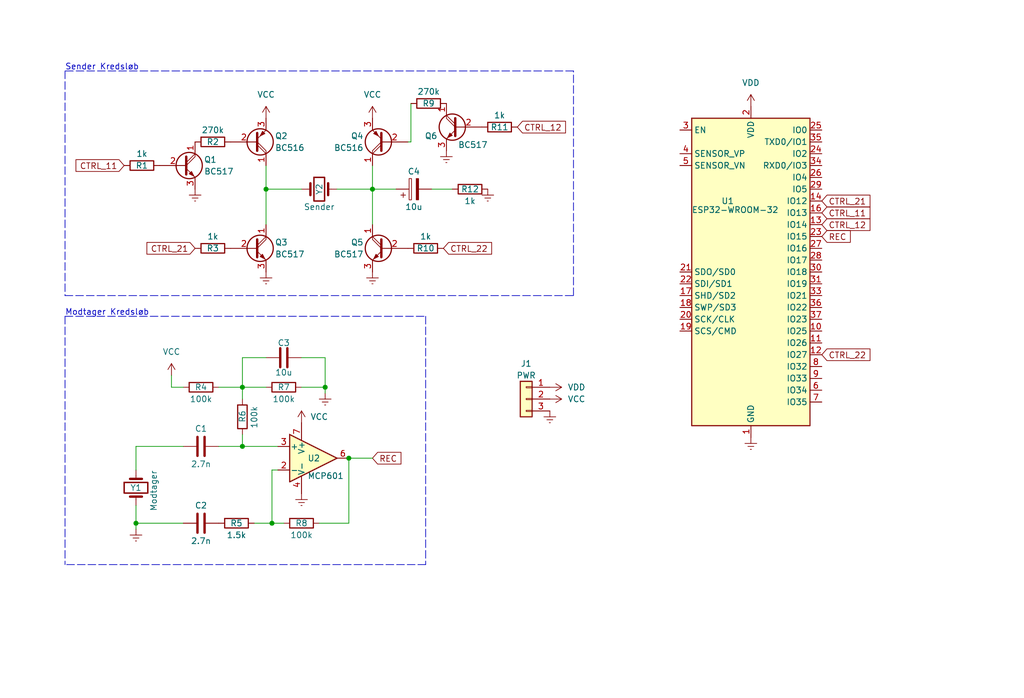
<source format=kicad_sch>
(kicad_sch (version 20211123) (generator eeschema)
  (paper "User" 219.989 150.012)
  (title_block (title "Entire Ultrasound Circuit") (date "2022-05-09") (rev "1"))
  (lib_symbols
    (symbol "Amplifier_Operational:MCP601-xP" (pin_names (offset 0.127))
      (property "Reference" "U" (at 0 6.35 0))
      (property "Value" "MCP601-xP" (at 0 3.81 0))
      (symbol "MCP601-xP_0_1"
        (polyline (pts (xy -5.08 5.08) (xy 5.08 0) (xy -5.08 -5.08) (xy -5.08 5.08)) (stroke (width 0.254)) (fill (type background)))
      )
      (symbol "MCP601-xP_1_1"
        (pin no_connect line (at -5.08 -2.54 90) (length 2.54) hide (name "NC") (number "1"))
        (pin input line (at -7.62 -2.54 0) (length 2.54) (name "-") (number "2"))
        (pin input line (at -7.62 2.54 0) (length 2.54) (name "+") (number "3"))
        (pin power_in line (at -2.54 -7.62 90) (length 3.81) (name "V-") (number "4"))
        (pin no_connect line (at -2.54 -2.54 90) (length 2.54) hide (name "NC") (number "5"))
        (pin output line (at 7.62 0 180) (length 2.54) (name "~") (number "6"))
        (pin power_in line (at -2.54 7.62 270) (length 3.81) (name "V+") (number "7"))
        (pin no_connect line (at 0 -2.54 90) (length 2.54) hide (name "NC") (number "8"))
      )
    )
    (symbol "Connector_Generic:Conn_01x03" (pin_names (offset 1.016) hide)
      (property "Reference" "J" (at 0 5.08 0))
      (property "Value" "Conn_01x03" (at 0 -5.08 0))
      (symbol "Conn_01x03_1_1"
        (rectangle (start -1.27 -2.413) (end 0 -2.667) (stroke (width 0.1524)))
        (rectangle (start -1.27 0.127) (end 0 -0.127) (stroke (width 0.1524)))
        (rectangle (start -1.27 2.667) (end 0 2.413) (stroke (width 0.1524)))
        (rectangle (start -1.27 3.81) (end 1.27 -3.81) (stroke (width 0.254)) (fill (type background)))
        (pin passive line (at -5.08 2.54 0) (length 3.81) (name "Pin_1") (number "1"))
        (pin passive line (at -5.08 0 0) (length 3.81) (name "Pin_2") (number "2"))
        (pin passive line (at -5.08 -2.54 0) (length 3.81) (name "Pin_3") (number "3"))
      )
    )
    (symbol "Device:C" (pin_numbers hide) (pin_names (offset 0.254))
      (property "Reference" "C" (at 0.635 2.54 0))
      (property "Value" "C" (at 0.635 -2.54 0))
      (symbol "C_0_1"
        (polyline (pts (xy -2.032 -0.762) (xy 2.032 -0.762)) (stroke (width 0.508)))
        (polyline (pts (xy -2.032 0.762) (xy 2.032 0.762)) (stroke (width 0.508)))
      )
      (symbol "C_1_1"
        (pin passive line (at 0 3.81 270) (length 2.794) (name "~") (number "1"))
        (pin passive line (at 0 -3.81 90) (length 2.794) (name "~") (number "2"))
      )
    )
    (symbol "Device:C_Polarized" (pin_numbers hide) (pin_names (offset 0.254))
      (property "Reference" "C" (at 0.635 2.54 0))
      (property "Value" "C_Polarized" (at 0.635 -2.54 0))
      (symbol "C_Polarized_0_1"
        (rectangle (start -2.286 0.508) (end 2.286 1.016))
        (polyline (pts (xy -1.778 2.286) (xy -0.762 2.286)))
        (polyline (pts (xy -1.27 2.794) (xy -1.27 1.778)))
        (rectangle (start 2.286 -0.508) (end -2.286 -1.016) (fill (type outline)))
      )
      (symbol "C_Polarized_1_1"
        (pin passive line (at 0 3.81 270) (length 2.794) (name "~") (number "1"))
        (pin passive line (at 0 -3.81 90) (length 2.794) (name "~") (number "2"))
      )
    )
    (symbol "Device:Crystal" (pin_numbers hide) (pin_names (offset 1.016) hide)
      (property "Reference" "Y" (at 0 3.81 0))
      (property "Value" "Crystal" (at 0 -3.81 0))
      (symbol "Crystal_0_1"
        (rectangle (start -1.143 2.54) (end 1.143 -2.54) (stroke (width 0.3048)))
        (polyline (pts (xy -2.54 0) (xy -1.905 0)))
        (polyline (pts (xy -1.905 -1.27) (xy -1.905 1.27)) (stroke (width 0.508)))
        (polyline (pts (xy 1.905 -1.27) (xy 1.905 1.27)) (stroke (width 0.508)))
        (polyline (pts (xy 2.54 0) (xy 1.905 0)))
      )
      (symbol "Crystal_1_1"
        (pin passive line (at -3.81 0 0) (length 1.27) (name "1") (number "1"))
        (pin passive line (at 3.81 0 180) (length 1.27) (name "2") (number "2"))
      )
    )
    (symbol "Device:R" (pin_numbers hide) (pin_names (offset 0))
      (property "Reference" "R" (at 2.032 0 90))
      (property "Value" "R" (at 0 0 90))
      (symbol "R_0_1"
        (rectangle (start -1.016 -2.54) (end 1.016 2.54) (stroke (width 0.254)))
      )
      (symbol "R_1_1"
        (pin passive line (at 0 3.81 270) (length 1.27) (name "~") (number "1"))
        (pin passive line (at 0 -3.81 90) (length 1.27) (name "~") (number "2"))
      )
    )
    (symbol "RF_Module:ESP32-WROOM-32"
      (property "Reference" "U" (at -12.7 34.29 0))
      (property "Value" "ESP32-WROOM-32" (at 1.27 34.29 0))
      (symbol "ESP32-WROOM-32_0_1"
        (rectangle (start -12.7 33.02) (end 12.7 -33.02) (stroke (width 0.254)) (fill (type background)))
      )
      (symbol "ESP32-WROOM-32_1_1"
        (pin power_in line (at 0 -35.56 90) (length 2.54) (name "GND") (number "1"))
        (pin bidirectional line (at 15.24 -12.7 180) (length 2.54) (name "IO25") (number "10"))
        (pin bidirectional line (at 15.24 -15.24 180) (length 2.54) (name "IO26") (number "11"))
        (pin bidirectional line (at 15.24 -17.78 180) (length 2.54) (name "IO27") (number "12"))
        (pin bidirectional line (at 15.24 10.16 180) (length 2.54) (name "IO14") (number "13"))
        (pin bidirectional line (at 15.24 15.24 180) (length 2.54) (name "IO12") (number "14"))
        (pin passive line (at 0 -35.56 90) (length 2.54) hide (name "GND") (number "15"))
        (pin bidirectional line (at 15.24 12.7 180) (length 2.54) (name "IO13") (number "16"))
        (pin bidirectional line (at -15.24 -5.08 0) (length 2.54) (name "SHD/SD2") (number "17"))
        (pin bidirectional line (at -15.24 -7.62 0) (length 2.54) (name "SWP/SD3") (number "18"))
        (pin bidirectional line (at -15.24 -12.7 0) (length 2.54) (name "SCS/CMD") (number "19"))
        (pin power_in line (at 0 35.56 270) (length 2.54) (name "VDD") (number "2"))
        (pin bidirectional line (at -15.24 -10.16 0) (length 2.54) (name "SCK/CLK") (number "20"))
        (pin bidirectional line (at -15.24 0 0) (length 2.54) (name "SDO/SD0") (number "21"))
        (pin bidirectional line (at -15.24 -2.54 0) (length 2.54) (name "SDI/SD1") (number "22"))
        (pin bidirectional line (at 15.24 7.62 180) (length 2.54) (name "IO15") (number "23"))
        (pin bidirectional line (at 15.24 25.4 180) (length 2.54) (name "IO2") (number "24"))
        (pin bidirectional line (at 15.24 30.48 180) (length 2.54) (name "IO0") (number "25"))
        (pin bidirectional line (at 15.24 20.32 180) (length 2.54) (name "IO4") (number "26"))
        (pin bidirectional line (at 15.24 5.08 180) (length 2.54) (name "IO16") (number "27"))
        (pin bidirectional line (at 15.24 2.54 180) (length 2.54) (name "IO17") (number "28"))
        (pin bidirectional line (at 15.24 17.78 180) (length 2.54) (name "IO5") (number "29"))
        (pin input line (at -15.24 30.48 0) (length 2.54) (name "EN") (number "3"))
        (pin bidirectional line (at 15.24 0 180) (length 2.54) (name "IO18") (number "30"))
        (pin bidirectional line (at 15.24 -2.54 180) (length 2.54) (name "IO19") (number "31"))
        (pin no_connect line (at -12.7 -27.94 0) (length 2.54) hide (name "NC") (number "32"))
        (pin bidirectional line (at 15.24 -5.08 180) (length 2.54) (name "IO21") (number "33"))
        (pin bidirectional line (at 15.24 22.86 180) (length 2.54) (name "RXD0/IO3") (number "34"))
        (pin bidirectional line (at 15.24 27.94 180) (length 2.54) (name "TXD0/IO1") (number "35"))
        (pin bidirectional line (at 15.24 -7.62 180) (length 2.54) (name "IO22") (number "36"))
        (pin bidirectional line (at 15.24 -10.16 180) (length 2.54) (name "IO23") (number "37"))
        (pin passive line (at 0 -35.56 90) (length 2.54) hide (name "GND") (number "38"))
        (pin passive line (at 0 -35.56 90) (length 2.54) hide (name "GND") (number "39"))
        (pin input line (at -15.24 25.4 0) (length 2.54) (name "SENSOR_VP") (number "4"))
        (pin input line (at -15.24 22.86 0) (length 2.54) (name "SENSOR_VN") (number "5"))
        (pin input line (at 15.24 -25.4 180) (length 2.54) (name "IO34") (number "6"))
        (pin input line (at 15.24 -27.94 180) (length 2.54) (name "IO35") (number "7"))
        (pin bidirectional line (at 15.24 -20.32 180) (length 2.54) (name "IO32") (number "8"))
        (pin bidirectional line (at 15.24 -22.86 180) (length 2.54) (name "IO33") (number "9"))
      )
    )
    (symbol "Transistor_BJT:BC516" (pin_names (offset 0) hide)
      (property "Reference" "Q" (at 5.08 1.905 0))
      (property "Value" "BC516" (at 5.08 0 0))
      (symbol "BC516_0_1"
        (polyline (pts (xy 0.635 0.635) (xy 2.54 2.54)))
        (polyline (pts (xy 0.635 -0.635) (xy 2.54 -2.54) (xy 2.54 -2.54)))
        (polyline (pts (xy 0.635 0) (xy 2.54 1.905) (xy 2.54 2.54)))
        (polyline (pts (xy 0.635 1.905) (xy 0.635 -1.905) (xy 0.635 -1.905)) (stroke (width 0.508)))
        (polyline (pts (xy 2.286 -1.778) (xy 1.778 -2.286) (xy 1.27 -1.27) (xy 2.286 -1.778) (xy 2.286 -1.778)) (fill (type outline)))
        (circle (center 1.27 0) (radius 2.8194) (stroke (width 0.254)))
      )
      (symbol "BC516_1_1"
        (pin passive line (at 2.54 5.08 270) (length 2.54) (name "C") (number "1"))
        (pin input line (at -5.08 0 0) (length 5.715) (name "B") (number "2"))
        (pin passive line (at 2.54 -5.08 90) (length 2.54) (name "E") (number "3"))
      )
    )
    (symbol "Transistor_BJT:BC517" (pin_names (offset 0) hide)
      (property "Reference" "Q" (at 5.08 1.905 0))
      (property "Value" "BC517" (at 5.08 0 0))
      (symbol "BC517_0_1"
        (polyline (pts (xy 0.635 0.635) (xy 2.54 2.54)))
        (polyline (pts (xy 0.635 -0.635) (xy 2.54 -2.54) (xy 2.54 -2.54)))
        (polyline (pts (xy 0.635 0) (xy 2.54 1.905) (xy 2.54 2.54)))
        (polyline (pts (xy 0.635 1.905) (xy 0.635 -1.905) (xy 0.635 -1.905)) (stroke (width 0.508)))
        (polyline (pts (xy 1.27 -1.778) (xy 1.778 -1.27) (xy 2.286 -2.286) (xy 1.27 -1.778) (xy 1.27 -1.778)) (fill (type outline)))
        (circle (center 1.27 0) (radius 2.8194) (stroke (width 0.254)))
      )
      (symbol "BC517_1_1"
        (pin passive line (at 2.54 5.08 270) (length 2.54) (name "C") (number "1"))
        (pin input line (at -5.08 0 0) (length 5.715) (name "B") (number "2"))
        (pin passive line (at 2.54 -5.08 90) (length 2.54) (name "E") (number "3"))
      )
    )
    (symbol "power:Earth" (power) (pin_names (offset 0))
      (symbol "Earth_0_1"
        (polyline (pts (xy -0.635 -1.905) (xy 0.635 -1.905)))
        (polyline (pts (xy -0.127 -2.54) (xy 0.127 -2.54)))
        (polyline (pts (xy 0 -1.27) (xy 0 0)))
        (polyline (pts (xy 1.27 -1.27) (xy -1.27 -1.27)))
      )
      (symbol "Earth_1_1"
        (pin power_in line (at 0 0 270) (length 0) hide (name "Earth") (number "1"))
      )
    )
    (symbol "power:VCC" (power) (pin_names (offset 0))
      (property "Value" "VCC" (at 0 3.81 0))
      (symbol "VCC_0_1"
        (polyline (pts (xy -0.762 1.27) (xy 0 2.54)))
        (polyline (pts (xy 0 0) (xy 0 2.54)))
        (polyline (pts (xy 0 2.54) (xy 0.762 1.27)))
      )
      (symbol "VCC_1_1"
        (pin power_in line (at 0 0 90) (length 0) hide (name "VCC") (number "1"))
      )
    )
    (symbol "power:VDD" (power) (pin_names (offset 0))
      (property "Value" "VDD" (at 0 3.81 0))
      (symbol "VDD_0_1"
        (polyline (pts (xy -0.762 1.27) (xy 0 2.54)))
        (polyline (pts (xy 0 0) (xy 0 2.54)))
        (polyline (pts (xy 0 2.54) (xy 0.762 1.27)))
      )
      (symbol "VDD_1_1"
        (pin power_in line (at 0 0 90) (length 0) hide (name "VDD") (number "1"))
      )
    )
  )
  (junction (at 74.93 98.425))
  (junction (at 52.07 95.885))
  (junction (at 29.21 112.395))
  (junction (at 80.01 40.64))
  (junction (at 58.42 112.395))
  (junction (at 57.15 40.64))
  (junction (at 69.85 83.185))
  (junction (at 52.07 83.185))
  (polyline (pts (xy 91.44 67.945) (xy 91.44 121.285)))
  (wire (pts (xy 52.07 83.185) (xy 52.07 85.725)))
  (wire (pts (xy 58.42 112.395) (xy 60.96 112.395)))
  (wire (pts (xy 92.71 40.64) (xy 97.155 40.64)))
  (wire (pts (xy 52.07 83.185) (xy 57.15 83.185)))
  (wire (pts (xy 88.265 30.48) (xy 87.63 30.48)))
  (wire (pts (xy 29.21 112.395) (xy 29.21 113.665)))
  (wire (pts (xy 88.265 22.225) (xy 88.265 30.48)))
  (wire (pts (xy 74.93 98.425) (xy 80.01 98.425)))
  (wire (pts (xy 54.61 112.395) (xy 58.42 112.395)))
  (wire (pts (xy 68.58 112.395) (xy 74.93 112.395)))
  (wire (pts (xy 29.21 95.885) (xy 29.21 100.965)))
  (wire (pts (xy 36.83 80.645) (xy 36.83 83.185)))
  (wire (pts (xy 57.15 40.64) (xy 57.15 48.26)))
  (wire (pts (xy 80.01 35.56) (xy 80.01 40.64)))
  (wire (pts (xy 57.15 40.64) (xy 64.77 40.64)))
  (wire (pts (xy 59.69 100.965) (xy 58.42 100.965)))
  (wire (pts (xy 46.99 95.885) (xy 52.07 95.885)))
  (wire (pts (xy 58.42 100.965) (xy 58.42 112.395)))
  (wire (pts (xy 80.01 40.64) (xy 80.01 48.26)))
  (wire (pts (xy 64.77 76.835) (xy 69.85 76.835)))
  (polyline (pts (xy 13.97 67.945) (xy 13.97 121.285)))
  (wire (pts (xy 29.21 112.395) (xy 39.37 112.395)))
  (wire (pts (xy 74.93 98.425) (xy 74.93 112.395)))
  (polyline (pts (xy 13.97 15.24) (xy 13.97 63.5)))
  (wire (pts (xy 36.83 83.185) (xy 39.37 83.185)))
  (polyline (pts (xy 123.19 15.24) (xy 13.97 15.24)))
  (wire (pts (xy 72.39 40.64) (xy 80.01 40.64)))
  (wire (pts (xy 46.99 83.185) (xy 52.07 83.185)))
  (wire (pts (xy 52.07 93.345) (xy 52.07 95.885)))
  (wire (pts (xy 64.77 83.185) (xy 69.85 83.185)))
  (wire (pts (xy 52.07 83.185) (xy 52.07 76.835)))
  (polyline (pts (xy 13.97 63.5) (xy 123.19 63.5)))
  (wire (pts (xy 69.85 76.835) (xy 69.85 83.185)))
  (wire (pts (xy 57.15 35.56) (xy 57.15 40.64)))
  (polyline (pts (xy 123.19 63.5) (xy 123.19 15.24)))
  (polyline (pts (xy 13.97 67.945) (xy 91.44 67.945)))
  (wire (pts (xy 52.07 76.835) (xy 57.15 76.835)))
  (polyline (pts (xy 91.44 121.285) (xy 13.97 121.285)))
  (wire (pts (xy 69.85 83.185) (xy 69.85 84.455)))
  (wire (pts (xy 29.21 108.585) (xy 29.21 112.395)))
  (wire (pts (xy 80.01 40.64) (xy 85.09 40.64)))
  (wire (pts (xy 29.21 95.885) (xy 39.37 95.885)))
  (wire (pts (xy 52.07 95.885) (xy 59.69 95.885)))
  (text "Modtager Kredsløb" (at 13.97 67.945 0) (effects (font (size 1.27 1.27)) (justify left bottom)))
  (text "Sender Kredsløb" (at 13.97 15.24 0) (effects (font (size 1.27 1.27)) (justify left bottom)))
  (global_label "REC" (shape input) (at 80.01 98.425 0) (property "Intersheet References" "${INTERSHEET_REFS}" (effects hide)))
  (global_label "REC" (shape input) (at 176.53 50.8 0) (property "Intersheet References" "${INTERSHEET_REFS}" (effects hide)))
  (global_label "CTRL_21" (shape input) (at 41.91 53.34 180) (property "Intersheet References" "${INTERSHEET_REFS}" (effects hide)))
  (global_label "CTRL_12" (shape input) (at 111.125 27.305 0) (property "Intersheet References" "${INTERSHEET_REFS}" (effects hide)))
  (global_label "CTRL_11" (shape input) (at 176.53 45.72 0) (property "Intersheet References" "${INTERSHEET_REFS}" (effects hide)))
  (global_label "CTRL_22" (shape input) (at 176.53 76.2 0) (property "Intersheet References" "${INTERSHEET_REFS}" (effects hide)))
  (global_label "CTRL_12" (shape input) (at 176.53 48.26 0) (property "Intersheet References" "${INTERSHEET_REFS}" (effects hide)))
  (global_label "CTRL_11" (shape input) (at 26.67 35.56 180) (property "Intersheet References" "${INTERSHEET_REFS}" (effects hide)))
  (global_label "CTRL_21" (shape input) (at 176.53 43.18 0) (property "Intersheet References" "${INTERSHEET_REFS}" (effects hide)))
  (global_label "CTRL_22" (shape input) (at 95.25 53.34 0) (property "Intersheet References" "${INTERSHEET_REFS}" (effects hide)))
  (symbol (lib_id "power:VCC") (at 36.83 80.645 0) (unit 1)
    (property "Reference" "#PWR07" (effects hide))
    (property "Value" "VCC" (at 36.83 75.565 0))
  )
  (symbol (lib_id "Transistor_BJT:BC517") (at 98.425 27.305 0) (mirror y) (unit 1)
    (property "Reference" "Q6" (at 93.98 29.21 0) (effects (justify left)))
    (property "Value" "BC517" (at 104.775 31.115 0) (effects (justify left)))
    (property "Footprint" "Package_TO_SOT_THT:TO-92_Inline" (effects hide))
    (property "Datasheet" "https://www.onsemi.com/pub/Collateral/BC517-D74Z-D.PDF" (effects hide))
  )
  (symbol (lib_id "Connector_Generic:Conn_01x03") (at 113.03 85.725 0) (mirror y) (unit 1)
    (property "Reference" "J1" (at 113.03 78.105 0))
    (property "Value" "PWR" (at 113.03 80.645 0))
  )
  (symbol (lib_id "Transistor_BJT:BC517") (at 82.55 53.34 0) (mirror y) (unit 1)
    (property "Reference" "Q5" (at 78.105 52.07 0) (effects (justify left)))
    (property "Value" "BC517" (at 78.105 54.61 0) (effects (justify left)))
    (property "Footprint" "Package_TO_SOT_THT:TO-92_Inline" (effects hide))
    (property "Datasheet" "https://www.onsemi.com/pub/Collateral/BC517-D74Z-D.PDF" (effects hide))
  )
  (symbol (lib_id "Device:R") (at 64.77 112.395 90) (unit 1)
    (property "Reference" "R8" (at 64.77 112.395 90))
    (property "Value" "100k" (at 64.77 114.935 90))
  )
  (symbol (lib_id "power:Earth") (at 118.11 88.265 0) (unit 1)
    (property "Reference" "#PWR03" (effects hide))
    (property "Value" "Earth" (effects hide))
  )
  (symbol (lib_id "power:Earth") (at 104.775 40.64 0) (mirror y) (unit 1)
    (property "Reference" "#PWR017" (effects hide))
    (property "Value" "Earth" (effects hide))
  )
  (symbol (lib_id "Device:C") (at 60.96 76.835 90) (unit 1)
    (property "Reference" "C3" (at 60.96 73.66 90))
    (property "Value" "10u" (at 60.96 80.01 90))
  )
  (symbol (lib_id "Device:Crystal") (at 68.58 40.64 0) (unit 1)
    (property "Reference" "Y2" (at 68.58 40.64 90))
    (property "Value" "Sender" (at 68.58 44.45 0))
  )
  (symbol (lib_id "power:Earth") (at 29.21 113.665 0) (unit 1)
    (property "Reference" "#PWR08" (effects hide))
    (property "Value" "Earth" (effects hide))
  )
  (symbol (lib_id "power:VCC") (at 57.15 25.4 0) (unit 1)
    (property "Reference" "#PWR09" (effects hide))
    (property "Value" "VCC" (at 57.15 20.32 0))
  )
  (symbol (lib_id "Transistor_BJT:BC516") (at 82.55 30.48 180) (unit 1)
    (property "Reference" "Q4" (at 78.105 29.21 0) (effects (justify left)))
    (property "Value" "BC516" (at 78.105 31.75 0) (effects (justify left)))
    (property "Footprint" "Package_TO_SOT_THT:TO-92_Inline" (effects hide))
    (property "Datasheet" "https://www.onsemi.com/pub/Collateral/BC516-D.PDF" (effects hide))
  )
  (symbol (lib_id "Device:C_Polarized") (at 88.9 40.64 90) (unit 1)
    (property "Reference" "C4" (at 88.9 36.83 90))
    (property "Value" "10u" (at 88.9 44.45 90))
  )
  (symbol (lib_id "power:VDD") (at 118.11 83.185 270) (unit 1)
    (property "Reference" "#PWR01" (effects hide))
    (property "Value" "VDD" (at 121.92 83.1849 90) (effects (justify left)))
  )
  (symbol (lib_id "Device:R") (at 100.965 40.64 90) (unit 1)
    (property "Reference" "R12" (at 100.965 40.64 90))
    (property "Value" "1k" (at 100.965 43.18 90))
  )
  (symbol (lib_id "Device:R") (at 92.075 22.225 270) (mirror x) (unit 1)
    (property "Reference" "R9" (at 92.075 22.225 90))
    (property "Value" "270k" (at 92.075 19.685 90))
  )
  (symbol (lib_id "power:Earth") (at 64.77 106.045 0) (mirror y) (unit 1)
    (property "Reference" "#PWR012" (effects hide))
    (property "Value" "Earth" (effects hide))
  )
  (symbol (lib_id "power:Earth") (at 161.29 93.98 0) (unit 1)
    (property "Reference" "#PWR05" (effects hide))
    (property "Value" "Earth" (effects hide))
  )
  (symbol (lib_id "Device:R") (at 45.72 30.48 90) (unit 1)
    (property "Reference" "R2" (at 45.72 30.48 90))
    (property "Value" "270k" (at 45.72 27.94 90))
  )
  (symbol (lib_id "Device:C") (at 43.18 112.395 90) (unit 1)
    (property "Reference" "C2" (at 43.18 108.585 90))
    (property "Value" "2.7n" (at 43.18 116.205 90))
  )
  (symbol (lib_id "Device:C") (at 43.18 95.885 90) (unit 1)
    (property "Reference" "C1" (at 43.18 92.075 90))
    (property "Value" "2.7n" (at 43.18 99.695 90))
  )
  (symbol (lib_id "Transistor_BJT:BC517") (at 39.37 35.56 0) (unit 1)
    (property "Reference" "Q1" (at 43.815 34.29 0) (effects (justify left)))
    (property "Value" "BC517" (at 43.815 36.83 0) (effects (justify left)))
    (property "Footprint" "Package_TO_SOT_THT:TO-92_Inline" (effects hide))
    (property "Datasheet" "https://www.onsemi.com/pub/Collateral/BC517-D74Z-D.PDF" (effects hide))
  )
  (symbol (lib_id "power:Earth") (at 41.91 40.64 0) (unit 1)
    (property "Reference" "#PWR06" (effects hide))
    (property "Value" "Earth" (effects hide))
  )
  (symbol (lib_id "Device:R") (at 60.96 83.185 90) (unit 1)
    (property "Reference" "R7" (at 60.96 83.185 90))
    (property "Value" "100k" (at 60.96 85.725 90))
  )
  (symbol (lib_id "power:VCC") (at 64.77 90.805 0) (mirror y) (unit 1)
    (property "Reference" "#PWR011" (effects hide))
    (property "Value" "VCC" (at 68.58 89.535 0))
  )
  (symbol (lib_id "RF_Module:ESP32-WROOM-32") (at 161.29 58.42 0) (unit 1)
    (property "Reference" "U1" (at 154.94 43.18 0) (effects (justify left)))
    (property "Value" "ESP32-WROOM-32" (at 148.59 45.085 0) (effects (justify left)))
    (property "Footprint" "RF_Module:ESP32-WROOM-32" (effects hide))
    (property "Datasheet" "https://www.espressif.com/sites/default/files/documentation/esp32-wroom-32_datasheet_en.pdf" (effects hide))
  )
  (symbol (lib_id "power:Earth") (at 57.15 58.42 0) (unit 1)
    (property "Reference" "#PWR010" (effects hide))
    (property "Value" "Earth" (effects hide))
  )
  (symbol (lib_id "Device:R") (at 43.18 83.185 90) (unit 1)
    (property "Reference" "R4" (at 43.18 83.185 90))
    (property "Value" "100k" (at 43.18 85.725 90))
  )
  (symbol (lib_id "Device:R") (at 91.44 53.34 90) (unit 1)
    (property "Reference" "R10" (at 91.44 53.34 90))
    (property "Value" "1k" (at 91.44 50.8 90))
  )
  (symbol (lib_id "power:Earth") (at 95.885 32.385 0) (mirror y) (unit 1)
    (property "Reference" "#PWR016" (effects hide))
    (property "Value" "Earth" (effects hide))
  )
  (symbol (lib_id "Device:R") (at 52.07 89.535 0) (unit 1)
    (property "Reference" "R6" (at 52.07 90.805 90) (effects (justify left)))
    (property "Value" "100k" (at 54.61 92.075 90) (effects (justify left)))
  )
  (symbol (lib_id "Device:R") (at 107.315 27.305 270) (mirror x) (unit 1)
    (property "Reference" "R11" (at 107.315 27.305 90))
    (property "Value" "1k" (at 107.315 24.765 90))
  )
  (symbol (lib_id "Device:R") (at 30.48 35.56 90) (unit 1)
    (property "Reference" "R1" (at 30.48 35.56 90))
    (property "Value" "1k" (at 30.48 33.02 90))
  )
  (symbol (lib_id "Transistor_BJT:BC516") (at 54.61 30.48 0) (mirror x) (unit 1)
    (property "Reference" "Q2" (at 59.055 29.21 0) (effects (justify left)))
    (property "Value" "BC516" (at 59.055 31.75 0) (effects (justify left)))
    (property "Footprint" "Package_TO_SOT_THT:TO-92_Inline" (effects hide))
    (property "Datasheet" "https://www.onsemi.com/pub/Collateral/BC516-D.PDF" (effects hide))
  )
  (symbol (lib_id "power:Earth") (at 80.01 58.42 0) (mirror y) (unit 1)
    (property "Reference" "#PWR014" (effects hide))
    (property "Value" "Earth" (effects hide))
  )
  (symbol (lib_id "power:VDD") (at 161.29 22.86 0) (unit 1)
    (property "Reference" "#PWR04" (effects hide))
    (property "Value" "VDD" (at 161.29 17.78 0))
  )
  (symbol (lib_id "power:Earth") (at 69.85 84.455 0) (unit 1)
    (property "Reference" "#PWR015" (effects hide))
    (property "Value" "Earth" (effects hide))
  )
  (symbol (lib_id "Transistor_BJT:BC517") (at 54.61 53.34 0) (unit 1)
    (property "Reference" "Q3" (at 59.055 52.07 0) (effects (justify left)))
    (property "Value" "BC517" (at 59.055 54.61 0) (effects (justify left)))
    (property "Footprint" "Package_TO_SOT_THT:TO-92_Inline" (effects hide))
    (property "Datasheet" "https://www.onsemi.com/pub/Collateral/BC517-D74Z-D.PDF" (effects hide))
  )
  (symbol (lib_id "power:VCC") (at 118.11 85.725 270) (unit 1)
    (property "Reference" "#PWR02" (effects hide))
    (property "Value" "VCC" (at 121.92 85.7249 90) (effects (justify left)))
  )
  (symbol (lib_id "power:VCC") (at 80.01 25.4 0) (unit 1)
    (property "Reference" "#PWR013" (effects hide))
    (property "Value" "VCC" (at 80.01 20.32 0))
  )
  (symbol (lib_id "Amplifier_Operational:MCP601-xP") (at 67.31 98.425 0) (unit 1)
    (property "Reference" "U2" (at 66.04 98.425 0) (effects (justify left)))
    (property "Value" "MCP601" (at 66.04 102.235 0) (effects (justify left)))
    (property "Footprint" "Package_DIP:DIP-8_W7.62mm" (effects hide))
    (property "Datasheet" "http://ww1.microchip.com/downloads/en/DeviceDoc/21314g.pdf" (effects hide))
  )
  (symbol (lib_id "Device:Crystal") (at 29.21 104.775 90) (unit 1)
    (property "Reference" "Y1" (at 27.94 104.775 90) (effects (justify right)))
    (property "Value" "Modtager" (at 33.02 100.965 0) (effects (justify right)))
  )
  (symbol (lib_id "Device:R") (at 50.8 112.395 90) (unit 1)
    (property "Reference" "R5" (at 50.8 112.395 90))
    (property "Value" "1.5k" (at 50.8 114.935 90))
  )
  (symbol (lib_id "Device:R") (at 45.72 53.34 90) (unit 1)
    (property "Reference" "R3" (at 45.72 53.34 90))
    (property "Value" "1k" (at 45.72 50.8 90))
  )
)
</source>
